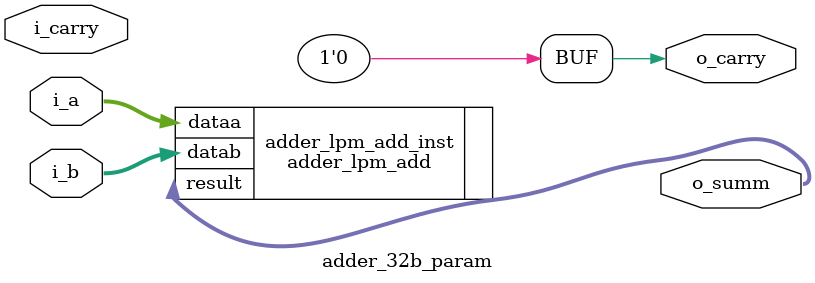
<source format=v>

module adder_32b_param(i_a, i_b, i_carry, o_carry, o_summ);

 `define LPM_ADD

  parameter WIDTH = 32;
  input [WIDTH-1:0] i_a, i_b;
  input i_carry;
  output [WIDTH-1:0] o_summ;
  output o_carry;
  wire [WIDTH-2:0] carry;
  wire [WIDTH-1:0] inv_b;
  wire b_inv, b_o_inv;
	

`ifdef LPM_ADD
  adder_lpm_add	adder_lpm_add_inst (
	.dataa ( i_a ),
	.datab ( i_b ),
	.result ( o_summ )
	);
  assign o_carry = 1'b0;
  endmodule
`endif

</source>
